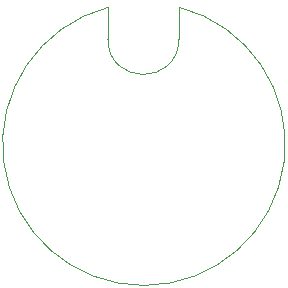
<source format=gm1>
G04 #@! TF.GenerationSoftware,KiCad,Pcbnew,(5.99.0-11526-gd613292b67)*
G04 #@! TF.CreationDate,2021-07-26T19:59:08-04:00*
G04 #@! TF.ProjectId,bias,62696173-2e6b-4696-9361-645f70636258,rev?*
G04 #@! TF.SameCoordinates,Original*
G04 #@! TF.FileFunction,Profile,NP*
%FSLAX46Y46*%
G04 Gerber Fmt 4.6, Leading zero omitted, Abs format (unit mm)*
G04 Created by KiCad (PCBNEW (5.99.0-11526-gd613292b67)) date 2021-07-26 19:59:08*
%MOMM*%
%LPD*%
G01*
G04 APERTURE LIST*
G04 #@! TA.AperFunction,Profile*
%ADD10C,0.050000*%
G04 #@! TD*
G04 APERTURE END LIST*
D10*
X202958470Y-91988639D02*
G75*
G02*
X196949200Y-91973400I-3004590J25399D01*
G01*
X196949200Y-91973400D02*
X196977000Y-89281000D01*
X202958470Y-91988639D02*
X203000261Y-89274936D01*
X203000261Y-89274936D02*
G75*
G02*
X196977000Y-89281000I-2999970J-11584871D01*
G01*
M02*

</source>
